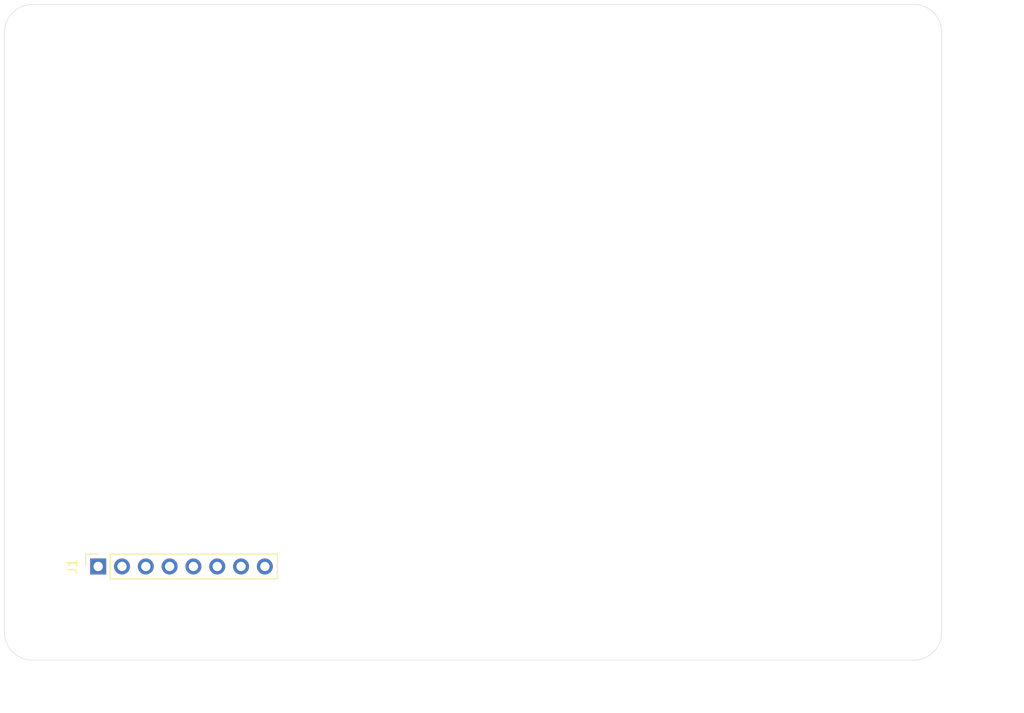
<source format=kicad_pcb>
(kicad_pcb (version 20211014) (generator pcbnew)
  (title_block (title "CabHat_Template") (company "@stop_pattern"))
  (layers (0 "F.Cu" mixed) (1 "In1.Cu" signal) (2 "In2.Cu" signal) (31 "B.Cu" mixed) (34 "B.Paste" user) (35 "F.Paste" user) (36 "B.SilkS" user "B.Silkscreen") (37 "F.SilkS" user "F.Silkscreen") (38 "B.Mask" user) (39 "F.Mask" user) (44 "Edge.Cuts" user))
  (property "Variable" "")
  (net 0 "")
  (net 1 "GND")
  (net 4 "+3V3")
  (net 8 "+5V")
  (footprint "MountingHole:MountingHole_3.2mm_M3" (layer "F.Cu") (at 184.16 136.14)
    (fp_text reference "REF0" hide)
    (fp_text value "MountingHole_3.2mm_M3" hide)
    (pad "" np_thru_hole circle locked (at 0 0) (size 3.2 3.2) (drill 3.2) (layers *.Cu *.Mask))
  )
  (footprint "Library:PinSocket_1x08_P2.54mm_Vertical" (layer "F.Cu") (at 97.16 129.14 90)
    (fp_text reference "J1" (at 0 -2.77 90) (layer "F.SilkS"))
    (fp_text value "Conn_01x08")
    (fp_line (start -1.33 1.27) (end -1.33 19.11) (layer "F.SilkS") (width 0.12))
    (fp_line (start 1.33 -1.33) (end 1.33 0) (layer "F.SilkS") (width 0.12))
    (fp_line (start -1.33 1.27) (end 1.33 1.27) (layer "F.SilkS") (width 0.12))
    (fp_line (start 0 -1.33) (end 1.33 -1.33) (layer "F.SilkS") (width 0.12))
    (fp_line (start -1.33 19.11) (end 1.33 19.11) (layer "F.SilkS") (width 0.12))
    (fp_line (start 1.33 1.27) (end 1.33 19.11) (layer "F.SilkS") (width 0.12))
    (pad "1" thru_hole rect (at 0 0 90) (size 1.7 1.7) (drill 1) (layers *.Cu *.Mask) (net 1 "GND"))
    (pad "2" thru_hole oval (at 0 2.54 90) (size 1.7 1.7) (drill 1) (layers *.Cu *.Mask))
    (pad "3" thru_hole oval (at 0 5.08 90) (size 1.7 1.7) (drill 1) (layers *.Cu *.Mask))
    (pad "4" thru_hole oval (at 0 7.62 90) (size 1.7 1.7) (drill 1) (layers *.Cu *.Mask))
    (pad "5" thru_hole oval (at 0 10.16 90) (size 1.7 1.7) (drill 1) (layers *.Cu *.Mask) (net 4 "+3V3"))
    (pad "6" thru_hole oval (at 0 12.7 90) (size 1.7 1.7) (drill 1) (layers *.Cu *.Mask))
    (pad "7" thru_hole oval (at 0 15.24 90) (size 1.7 1.7) (drill 1) (layers *.Cu *.Mask))
    (pad "8" thru_hole oval (at 0 17.78 90) (size 1.7 1.7) (drill 1) (layers *.Cu *.Mask) (net 8 "+5V"))
  )
  (footprint "MountingHole:MountingHole_3.2mm_M3" (layer "F.Cu") (at 90.16 136.14)
    (fp_text reference "REF3" hide)
    (fp_text value "MountingHole_3.2mm_M3" hide)
    (pad "" np_thru_hole circle locked (at 0 0) (size 3.2 3.2) (drill 3.2) (layers *.Cu *.Mask))
  )
  (footprint "MountingHole:MountingHole_3.2mm_M3" (layer "F.Cu") (at 184.16 72.14)
    (fp_text reference "REF1" hide)
    (fp_text value "MountingHole_3.2mm_M3" hide)
    (pad "" np_thru_hole circle locked (at 0 0) (size 3.2 3.2) (drill 3.2) (layers *.Cu *.Mask))
  )
  (footprint "MountingHole:MountingHole_3.2mm_M3" (layer "F.Cu") (at 90.16 72.14)
    (fp_text reference "REF2" hide)
    (fp_text value "MountingHole_3.2mm_M3" hide)
    (pad "" np_thru_hole circle locked (at 0 0) (size 3.2 3.2) (drill 3.2) (layers *.Cu *.Mask))
  )
  (gr_arc locked (start 184.16 69.14) (mid 186.28132 70.01868) (end 187.16 72.14) (layer "Edge.Cuts") (width 0.05))
  (gr_arc locked (start 187.16 136.14) (mid 186.28132 138.26132) (end 184.16 139.14) (layer "Edge.Cuts") (width 0.05))
  (gr_arc locked (start 87.16 72.14) (mid 88.03868 70.01868) (end 90.16 69.14) (layer "Edge.Cuts") (width 0.05))
  (gr_line locked (start 87.16 136.14) (end 87.16 72.14) (layer "Edge.Cuts") (width 0.05))
  (gr_line locked (start 90.16 69.14) (end 184.16 69.14) (layer "Edge.Cuts") (width 0.05))
  (gr_arc locked (start 90.16 139.14) (mid 88.03868 138.26132) (end 87.16 136.14) (layer "Edge.Cuts") (width 0.05))
  (gr_line locked (start 184.16 139.14) (end 90.16 139.14) (layer "Edge.Cuts") (width 0.05))
  (gr_line locked (start 187.16 72.14) (end 187.16 136.14) (layer "Edge.Cuts") (width 0.05))
)
</source>
